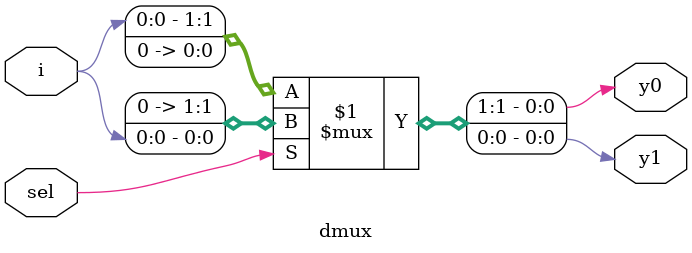
<source format=v>
module dmux(input i,sel,output y0,y1);                                    
assign {y0,y1}= sel?{1'b0,i}:{i,1'b0};                                    
endmodule                            

</source>
